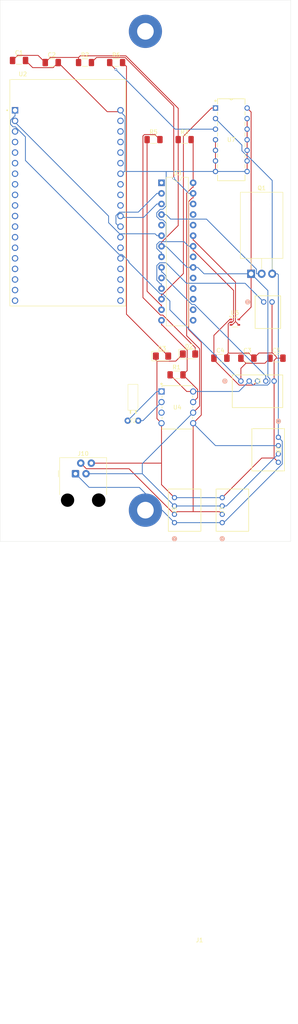
<source format=kicad_pcb>
(kicad_pcb (version 20240108) (generator "pcbnew") (generator_version "8.0")
  (layers (0 "F.Cu" signal) (31 "B.Cu" signal) (34 "B.Paste" user) (35 "F.Paste" user) (36 "B.SilkS" user "B.Silkscreen") (37 "F.SilkS" user "F.Silkscreen") (38 "B.Mask" user) (39 "F.Mask" user) (44 "Edge.Cuts" user))
  (net 0 "")
  (net 1 "GND")
  (net 2 "+5V")
  (net 3 "+3.3V")
  (net 4 "Net-(U5-+)")
  (net 5 "Net-(D2-A)")
  (net 6 "Net-(D3-A)")
  (net 7 "/MCU/PWM_HEATER")
  (net 8 "+5V_CTRL")
  (net 9 "/MCU/SCL")
  (net 10 "/MCU/SDA")
  (net 11 "/MCU/5V_CTRL")
  (net 12 "/MCU/MFP")
  (net 13 "/MCU/ON_LED")
  (net 14 "/MCU/SENSOR_ON_LED")
  (net 15 "/MCU/ESP_RX")
  (net 16 "/MCU/ESP_EN")
  (net 17 "/MCU/ESP_TX")
  (net 18 "/MCU/IND_1")
  (net 19 "/MCU/THERM")
  (net 20 "/MCU/VBAT")
  (net 21 "/MCU/BUZZER")
  (net 22 "Net-(U4-X2)")
  (net 24 "Net-(U4-X1)")
  (net 25 "Net-(U3-PD5)")
  (net 56 "Net-(U1-D0)")
  (net 57 "Net-(U1-D3)")
  (net 58 "Net-(U1-D2)")
  (net 60 "Net-(U1-CMD)")
  (net 61 "Net-(U1-D1)")
  (net 62 "Net-(U1-CLK)")
  (footprint "Diode_SMD:D_1206_3216Metric_Pad1.42x1.75mm_HandSolder" (layer "F.Cu") (at 148.0125 114)
    (property "Reference" "D2" (at 0 -1.82 0) (layer "F.SilkS"))
    (property "Value" "LED")
    (pad "1" smd roundrect (at -1.4875 0) (size 1.425 1.75) (layers "F.Cu" "F.Paste" "F.Mask") (roundrect_rratio 0.175439) (net 1 "GND"))
    (pad "2" smd roundrect (at 1.4875 0) (size 1.425 1.75) (layers "F.Cu" "F.Paste" "F.Mask") (roundrect_rratio 0.175439) (net 5 "Net-(D2-A)"))
  )
  (footprint "Package_TO_SOT_THT:TO-220-3_Horizontal_TabDown" (layer "F.Cu") (at 162.96 94.73)
    (property "Reference" "Q1" (at 2.54 -20.58 0) (layer "F.SilkS"))
    (property "Value" "NMOS")
    (pad "" np_thru_hole oval (at 2.54 -16.66) (size 3.5 3.5) (drill 3.5) (layers "*.Cu" "*.Mask"))
    (pad "1" thru_hole rect (at 0 0) (size 1.905 2) (drill 1.1) (layers "*.Cu" "*.Mask") (net 2 "+5V"))
    (pad "2" thru_hole oval (at 2.54 0) (size 1.905 2) (drill 1.1) (layers "*.Cu" "*.Mask") (net 11 "/MCU/5V_CTRL"))
    (pad "3" thru_hole oval (at 5.08 0) (size 1.905 2) (drill 1.1) (layers "*.Cu" "*.Mask") (net 8 "+5V_CTRL"))
  )
  (footprint "Resistor_SMD:R_1206_3216Metric_Pad1.30x1.75mm_HandSolder" (layer "F.Cu") (at 146.95 62.5)
    (property "Reference" "R3" (at 0 -1.82 0) (layer "F.SilkS"))
    (property "Value" "4.7k")
    (pad "1" smd roundrect (at -1.55 0) (size 1.3 1.75) (layers "F.Cu" "F.Paste" "F.Mask") (roundrect_rratio 0.192308) (net 2 "+5V"))
    (pad "2" smd roundrect (at 1.55 0) (size 1.3 1.75) (layers "F.Cu" "F.Paste" "F.Mask") (roundrect_rratio 0.192308) (net 9 "/MCU/SCL"))
  )
  (footprint "Capstone:CONN_S4B-PH-K-S_JST" (layer "F.Cu") (at 156 154.5 90)
    (property "Reference" "J7" (at 2.999999 0 90) (layer "F.SilkS"))
    (property "Value" "S4B-PH-K-SLFSN")
    (pad "1" thru_hole circle (at 0 0 90) (size 1.27 1.27) (drill 0.762) (layers "*.Cu" "*.Mask") (net 8 "+5V_CTRL"))
    (pad "2" thru_hole circle (at 1.999999 0 90) (size 1.27 1.27) (drill 0.762) (layers "*.Cu" "*.Mask") (net 10 "/MCU/SDA"))
    (pad "3" thru_hole circle (at 4 0 90) (size 1.27 1.27) (drill 0.762) (layers "*.Cu" "*.Mask") (net 9 "/MCU/SCL"))
    (pad "4" thru_hole circle (at 5.999998 0 90) (size 1.27 1.27) (drill 0.762) (layers "*.Cu" "*.Mask") (net 1 "GND"))
  )
  (footprint "Resistor_SMD:R_1206_3216Metric_Pad1.30x1.75mm_HandSolder" (layer "F.Cu") (at 122.95 44)
    (property "Reference" "R2" (at 0 -1.82 0) (layer "F.SilkS"))
    (property "Value" "4.7k")
    (pad "1" smd roundrect (at -1.55 0) (size 1.3 1.75) (layers "F.Cu" "F.Paste" "F.Mask") (roundrect_rratio 0.192308) (net 2 "+5V"))
    (pad "2" smd roundrect (at 1.55 0) (size 1.3 1.75) (layers "F.Cu" "F.Paste" "F.Mask") (roundrect_rratio 0.192308) (net 10 "/MCU/SDA"))
  )
  (footprint "Package_TO_SOT_SMD:SOT-353_SC-70-5" (layer "F.Cu") (at 159.05 106.35)
    (property "Reference" "U5" (at 0 -2.25 0) (layer "F.SilkS"))
    (property "Value" "TLV172IDCK")
    (pad "1" smd roundrect (at -0.95 -0.65) (size 0.65 0.4) (layers "F.Cu" "F.Paste" "F.Mask") (net 4 "Net-(U5-+)"))
    (pad "2" smd roundrect (at -0.95 0) (size 0.65 0.4) (layers "F.Cu" "F.Paste" "F.Mask") (net 1 "GND"))
    (pad "3" smd roundrect (at -0.95 0.65) (size 0.65 0.4) (layers "F.Cu" "F.Paste" "F.Mask") (net 20 "/MCU/VBAT"))
    (pad "4" smd roundrect (at 0.95 0.65) (size 0.65 0.4) (layers "F.Cu" "F.Paste" "F.Mask") (net 20 "/MCU/VBAT"))
    (pad "5" smd roundrect (at 0.95 -0.65) (size 0.65 0.4) (layers "F.Cu" "F.Paste" "F.Mask") (net 2 "+5V"))
  )
  (footprint "Capstone:CONN_S5B-PH-K-S_JST" (layer "F.Cu") (at 160.5 120.5)
    (property "Reference" "J3" (at 4 0 0) (layer "F.SilkS"))
    (property "Value" "S5B-PH-K-S")
    (pad "1" thru_hole circle (at 0 0) (size 1.3208 1.3208) (drill 0.8128) (layers "*.Cu" "*.Mask") (net 3 "+3.3V"))
    (pad "2" thru_hole circle (at 1.999999 0) (size 1.3208 1.3208) (drill 0.8128) (layers "*.Cu" "*.Mask") (net 2 "+5V"))
    (pad "3" thru_hole circle (at 4 0) (size 1.3208 1.3208) (drill 0.8128) (layers "*.Cu" "*.Mask") (net 4 "Net-(U5-+)"))
    (pad "4" thru_hole circle (at 6.000001 0) (size 1.3208 1.3208) (drill 0.8128) (layers "*.Cu" "*.Mask") (net 7 "/MCU/PWM_HEATER"))
    (pad "5" thru_hole circle (at 7.999999 0) (size 1.3208 1.3208) (drill 0.8128) (layers "*.Cu" "*.Mask") (net 1 "GND"))
  )
  (footprint "Package_DIP:DIP-28_W7.62mm" (layer "F.Cu") (at 141.38 72.88)
    (property "Reference" "U3" (at 3.81 -2.33 0) (layer "F.SilkS"))
    (property "Value" "ATmega328-P")
    (pad "1" thru_hole rect (at 0 0) (size 1.6 1.6) (drill 0.8) (layers "*.Cu" "*.Mask"))
    (pad "2" thru_hole oval (at 0 2.54) (size 1.6 1.6) (drill 0.8) (layers "*.Cu" "*.Mask") (net 15 "/MCU/ESP_RX"))
    (pad "3" thru_hole oval (at 0 5.08) (size 1.6 1.6) (drill 0.8) (layers "*.Cu" "*.Mask") (net 17 "/MCU/ESP_TX"))
    (pad "4" thru_hole oval (at 0 7.62) (size 1.6 1.6) (drill 0.8) (layers "*.Cu" "*.Mask") (net 11 "/MCU/5V_CTRL"))
    (pad "5" thru_hole oval (at 0 10.16) (size 1.6 1.6) (drill 0.8) (layers "*.Cu" "*.Mask") (net 21 "/MCU/BUZZER"))
    (pad "6" thru_hole oval (at 0 12.7) (size 1.6 1.6) (drill 0.8) (layers "*.Cu" "*.Mask") (net 16 "/MCU/ESP_EN"))
    (pad "7" thru_hole oval (at 0 15.24) (size 1.6 1.6) (drill 0.8) (layers "*.Cu" "*.Mask") (net 2 "+5V"))
    (pad "8" thru_hole oval (at 0 17.78) (size 1.6 1.6) (drill 0.8) (layers "*.Cu" "*.Mask") (net 1 "GND"))
    (pad "9" thru_hole oval (at 0 20.32) (size 1.6 1.6) (drill 0.8) (layers "*.Cu" "*.Mask") (net 7 "/MCU/PWM_HEATER"))
    (pad "10" thru_hole oval (at 0 22.86) (size 1.6 1.6) (drill 0.8) (layers "*.Cu" "*.Mask"))
    (pad "11" thru_hole oval (at 0 25.4) (size 1.6 1.6) (drill 0.8) (layers "*.Cu" "*.Mask") (net 25 "Net-(U3-PD5)"))
    (pad "12" thru_hole oval (at 0 27.94) (size 1.6 1.6) (drill 0.8) (layers "*.Cu" "*.Mask") (net 18 "/MCU/IND_1"))
    (pad "13" thru_hole oval (at 0 30.48) (size 1.6 1.6) (drill 0.8) (layers "*.Cu" "*.Mask") (net 13 "/MCU/ON_LED"))
    (pad "14" thru_hole oval (at 0 33.02) (size 1.6 1.6) (drill 0.8) (layers "*.Cu" "*.Mask") (net 12 "/MCU/MFP"))
    (pad "15" thru_hole oval (at 7.62 33.02) (size 1.6 1.6) (drill 0.8) (layers "*.Cu" "*.Mask"))
    (pad "16" thru_hole oval (at 7.62 30.48) (size 1.6 1.6) (drill 0.8) (layers "*.Cu" "*.Mask"))
    (pad "17" thru_hole oval (at 7.62 27.94) (size 1.6 1.6) (drill 0.8) (layers "*.Cu" "*.Mask"))
    (pad "18" thru_hole oval (at 7.62 25.4) (size 1.6 1.6) (drill 0.8) (layers "*.Cu" "*.Mask"))
    (pad "19" thru_hole oval (at 7.62 22.86) (size 1.6 1.6) (drill 0.8) (layers "*.Cu" "*.Mask"))
    (pad "20" thru_hole oval (at 7.62 20.32) (size 1.6 1.6) (drill 0.8) (layers "*.Cu" "*.Mask") (net 2 "+5V"))
    (pad "21" thru_hole oval (at 7.62 17.78) (size 1.6 1.6) (drill 0.8) (layers "*.Cu" "*.Mask"))
    (pad "22" thru_hole oval (at 7.62 15.24) (size 1.6 1.6) (drill 0.8) (layers "*.Cu" "*.Mask") (net 1 "GND"))
    (pad "23" thru_hole oval (at 7.62 12.7) (size 1.6 1.6) (drill 0.8) (layers "*.Cu" "*.Mask") (net 20 "/MCU/VBAT"))
    (pad "24" thru_hole oval (at 7.62 10.16) (size 1.6 1.6) (drill 0.8) (layers "*.Cu" "*.Mask") (net 19 "/MCU/THERM"))
    (pad "25" thru_hole oval (at 7.62 7.62) (size 1.6 1.6) (drill 0.8) (layers "*.Cu" "*.Mask"))
    (pad "26" thru_hole oval (at 7.62 5.08) (size 1.6 1.6) (drill 0.8) (layers "*.Cu" "*.Mask"))
    (pad "27" thru_hole oval (at 7.62 2.54) (size 1.6 1.6) (drill 0.8) (layers "*.Cu" "*.Mask") (net 10 "/MCU/SDA"))
    (pad "28" thru_hole oval (at 7.62 0) (size 1.6 1.6) (drill 0.8) (layers "*.Cu" "*.Mask") (net 9 "/MCU/SCL"))
  )
  (footprint "Capstone:Cylindrical Can, Radial" (layer "F.Cu") (at 134.5 130.0067)
    (property "Reference" "Y2" (at 0 0 0) (layer "F.SilkS") (effects (font (thickness 0.1))))
    (property "Value" "32.768k")
    (pad "1" thru_hole circle (at 1.27 0) (size 1.524 1.524) (drill 0.762) (layers "*.Cu" "*.Mask") (net 22 "Net-(U4-X2)"))
    (pad "2" thru_hole circle (at -1.27 0) (size 1.524 1.524) (drill 0.762) (layers "*.Cu" "*.Mask") (net 24 "Net-(U4-X1)"))
  )
  (footprint "Diode_SMD:D_1206_3216Metric_Pad1.42x1.75mm_HandSolder" (layer "F.Cu") (at 141.5125 114.5)
    (property "Reference" "D3" (at 0 -1.82 0) (layer "F.SilkS"))
    (property "Value" "LED")
    (pad "1" smd roundrect (at -1.4875 0) (size 1.425 1.75) (layers "F.Cu" "F.Paste" "F.Mask") (roundrect_rratio 0.175439) (net 1 "GND"))
    (pad "2" smd roundrect (at 1.4875 0) (size 1.425 1.75) (layers "F.Cu" "F.Paste" "F.Mask") (roundrect_rratio 0.175439) (net 6 "Net-(D3-A)"))
  )
  (footprint "Capstone:MODULE_ESP32-DEVKITC-32D" (layer "F.Cu") (at 118.8 75.22)
    (property "Reference" "U2" (at -10.829175 -28.446045 0) (layer "F.SilkS") (effects (font (size 1.000386 1.000386))))
    (property "Value" "ESP32-DEVKITC-32D")
    (pad "J2-1" thru_hole rect (at -12.7 -19.76) (size 1.56 1.56) (drill 1.04) (layers "*.Cu" "*.Mask") (net 3 "+3.3V"))
    (pad "J2-2" thru_hole circle (at -12.7 -17.22) (size 1.56 1.56) (drill 1.04) (layers "*.Cu" "*.Mask") (net 16 "/MCU/ESP_EN"))
    (pad "J2-3" thru_hole circle (at -12.7 -14.68) (size 1.56 1.56) (drill 1.04) (layers "*.Cu" "*.Mask"))
    (pad "J2-4" thru_hole circle (at -12.7 -12.14) (size 1.56 1.56) (drill 1.04) (layers "*.Cu" "*.Mask"))
    (pad "J2-5" thru_hole circle (at -12.7 -9.6) (size 1.56 1.56) (drill 1.04) (layers "*.Cu" "*.Mask"))
    (pad "J2-6" thru_hole circle (at -12.7 -7.06) (size 1.56 1.56) (drill 1.04) (layers "*.Cu" "*.Mask"))
    (pad "J2-7" thru_hole circle (at -12.7 -4.52) (size 1.56 1.56) (drill 1.04) (layers "*.Cu" "*.Mask"))
    (pad "J2-8" thru_hole circle (at -12.7 -1.98) (size 1.56 1.56) (drill 1.04) (layers "*.Cu" "*.Mask"))
    (pad "J2-9" thru_hole circle (at -12.7 0.56) (size 1.56 1.56) (drill 1.04) (layers "*.Cu" "*.Mask"))
    (pad "J2-10" thru_hole circle (at -12.7 3.1) (size 1.56 1.56) (drill 1.04) (layers "*.Cu" "*.Mask"))
    (pad "J2-11" thru_hole circle (at -12.7 5.64) (size 1.56 1.56) (drill 1.04) (layers "*.Cu" "*.Mask"))
    (pad "J2-12" thru_hole circle (at -12.7 8.18) (size 1.56 1.56) (drill 1.04) (layers "*.Cu" "*.Mask") (net 62 "Net-(U1-CLK)"))
    (pad "J2-13" thru_hole circle (at -12.7 10.72) (size 1.56 1.56) (drill 1.04) (layers "*.Cu" "*.Mask") (net 58 "Net-(U1-D2)"))
    (pad "J2-14" thru_hole circle (at -12.7 13.26) (size 1.56 1.56) (drill 1.04) (layers "*.Cu" "*.Mask"))
    (pad "J2-15" thru_hole circle (at -12.7 15.8) (size 1.56 1.56) (drill 1.04) (layers "*.Cu" "*.Mask") (net 57 "Net-(U1-D3)"))
    (pad "J2-16" thru_hole circle (at -12.7 18.34) (size 1.56 1.56) (drill 1.04) (layers "*.Cu" "*.Mask"))
    (pad "J2-17" thru_hole circle (at -12.7 20.88) (size 1.56 1.56) (drill 1.04) (layers "*.Cu" "*.Mask"))
    (pad "J2-18" thru_hole circle (at -12.7 23.42) (size 1.56 1.56) (drill 1.04) (layers "*.Cu" "*.Mask"))
    (pad "J2-19" thru_hole circle (at -12.7 25.96) (size 1.56 1.56) (drill 1.04) (layers "*.Cu" "*.Mask"))
    (pad "J3-1" thru_hole circle (at 12.7 -19.76) (size 1.56 1.56) (drill 1.04) (layers "*.Cu" "*.Mask") (net 1 "GND"))
    (pad "J3-2" thru_hole circle (at 12.7 -17.22) (size 1.56 1.56) (drill 1.04) (layers "*.Cu" "*.Mask"))
    (pad "J3-3" thru_hole circle (at 12.7 -14.68) (size 1.56 1.56) (drill 1.04) (layers "*.Cu" "*.Mask"))
    (pad "J3-4" thru_hole circle (at 12.7 -12.14) (size 1.56 1.56) (drill 1.04) (layers "*.Cu" "*.Mask"))
    (pad "J3-5" thru_hole circle (at 12.7 -9.6) (size 1.56 1.56) (drill 1.04) (layers "*.Cu" "*.Mask"))
    (pad "J3-6" thru_hole circle (at 12.7 -7.06) (size 1.56 1.56) (drill 1.04) (layers "*.Cu" "*.Mask"))
    (pad "J3-7" thru_hole circle (at 12.7 -4.52) (size 1.56 1.56) (drill 1.04) (layers "*.Cu" "*.Mask") (net 1 "GND"))
    (pad "J3-8" thru_hole circle (at 12.7 -1.98) (size 1.56 1.56) (drill 1.04) (layers "*.Cu" "*.Mask"))
    (pad "J3-9" thru_hole circle (at 12.7 0.56) (size 1.56 1.56) (drill 1.04) (layers "*.Cu" "*.Mask"))
    (pad "J3-10" thru_hole circle (at 12.7 3.1) (size 1.56 1.56) (drill 1.04) (layers "*.Cu" "*.Mask"))
    (pad "J3-11" thru_hole circle (at 12.7 5.64) (size 1.56 1.56) (drill 1.04) (layers "*.Cu" "*.Mask") (net 17 "/MCU/ESP_TX"))
    (pad "J3-12" thru_hole circle (at 12.7 8.18) (size 1.56 1.56) (drill 1.04) (layers "*.Cu" "*.Mask") (net 15 "/MCU/ESP_RX"))
    (pad "J3-13" thru_hole circle (at 12.7 10.72) (size 1.56 1.56) (drill 1.04) (layers "*.Cu" "*.Mask") (net 61 "Net-(U1-D1)"))
    (pad "J3-14" thru_hole circle (at 12.7 13.26) (size 1.56 1.56) (drill 1.04) (layers "*.Cu" "*.Mask"))
    (pad "J3-15" thru_hole circle (at 12.7 15.8) (size 1.56 1.56) (drill 1.04) (layers "*.Cu" "*.Mask") (net 56 "Net-(U1-D0)"))
    (pad "J3-16" thru_hole circle (at 12.7 18.34) (size 1.56 1.56) (drill 1.04) (layers "*.Cu" "*.Mask") (net 60 "Net-(U1-CMD)"))
    (pad "J3-17" thru_hole circle (at 12.7 20.88) (size 1.56 1.56) (drill 1.04) (layers "*.Cu" "*.Mask"))
    (pad "J3-18" thru_hole circle (at 12.7 23.42) (size 1.56 1.56) (drill 1.04) (layers "*.Cu" "*.Mask"))
    (pad "J3-19" thru_hole circle (at 12.7 25.96) (size 1.56 1.56) (drill 1.04) (layers "*.Cu" "*.Mask"))
  )
  (footprint "Capstone:CONN_S2B-PH-K-S_JST" (layer "F.Cu") (at 166 101.5)
    (property "Reference" "J1" (at -15.4725 153.28 0) (layer "F.SilkS"))
    (property "Value" "S2B-PH-K-SLFSN")
    (pad "1" thru_hole circle (at 0 0) (size 1.3208 1.3208) (drill 0.8128) (layers "*.Cu" "*.Mask") (net 25 "Net-(U3-PD5)"))
    (pad "2" thru_hole circle (at 2.000001 0) (size 1.3208 1.3208) (drill 0.8128) (layers "*.Cu" "*.Mask") (net 1 "GND"))
  )
  (footprint "Capacitor_SMD:C_1206_3216Metric_Pad1.33x1.80mm_HandSolder" (layer "F.Cu") (at 155.5625 115)
    (property "Reference" "C4" (at 0 -1.85 0) (layer "F.SilkS"))
    (property "Value" "100p")
    (pad "1" smd roundrect (at -1.5625 0) (size 1.325 1.8) (layers "F.Cu" "F.Paste" "F.Mask") (roundrect_rratio 0.188679) (net 4 "Net-(U5-+)"))
    (pad "2" smd roundrect (at 1.5625 0) (size 1.325 1.8) (layers "F.Cu" "F.Paste" "F.Mask") (roundrect_rratio 0.188679) (net 1 "GND"))
  )
  (footprint "Capstone:CONN_S4B-PH-K-S_JST" (layer "F.Cu") (at 144.5 154.5 90)
    (property "Reference" "J9" (at 2.999999 0 90) (layer "F.SilkS"))
    (property "Value" "S4B-PH-K-SLFSN")
    (pad "1" thru_hole circle (at 0 0 90) (size 1.27 1.27) (drill 0.762) (layers "*.Cu" "*.Mask") (net 8 "+5V_CTRL"))
    (pad "2" thru_hole circle (at 1.999999 0 90) (size 1.27 1.27) (drill 0.762) (layers "*.Cu" "*.Mask") (net 10 "/MCU/SDA"))
    (pad "3" thru_hole circle (at 4 0 90) (size 1.27 1.27) (drill 0.762) (layers "*.Cu" "*.Mask") (net 9 "/MCU/SCL"))
    (pad "4" thru_hole circle (at 5.999998 0 90) (size 1.27 1.27) (drill 0.762) (layers "*.Cu" "*.Mask") (net 1 "GND"))
  )
  (footprint "Resistor_SMD:R_1206_3216Metric_Pad1.30x1.75mm_HandSolder" (layer "F.Cu") (at 145 119)
    (property "Reference" "R1" (at 0 -1.82 0) (layer "F.SilkS"))
    (property "Value" "10k")
    (pad "1" smd roundrect (at -1.55 0) (size 1.3 1.75) (layers "F.Cu" "F.Paste" "F.Mask") (roundrect_rratio 0.192308) (net 2 "+5V"))
    (pad "2" smd roundrect (at 1.55 0) (size 1.3 1.75) (layers "F.Cu" "F.Paste" "F.Mask") (roundrect_rratio 0.192308) (net 12 "/MCU/MFP"))
  )
  (footprint "Capstone:PDIP8_300MC_MCH" (layer "F.Cu") (at 141.38 123)
    (property "Reference" "U4" (at 3.81 3.81 0) (layer "F.SilkS"))
    (property "Value" "MCP7940M-I/P")
    (fp_text user "*" (at 0 -1.5113 0) (layer "F.SilkS"))
    (fp_text user "*" (at 0 -1.5113 0) (layer "F.SilkS"))
    (pad "1" thru_hole rect (at 0 0) (size 1.4986 1.4986) (drill 0.9906) (layers "*.Cu" "*.Mask") (net 24 "Net-(U4-X1)"))
    (pad "2" thru_hole circle (at 0 2.54) (size 1.4986 1.4986) (drill 0.9906) (layers "*.Cu" "*.Mask") (net 22 "Net-(U4-X2)"))
    (pad "3" thru_hole circle (at 0 5.08) (size 1.4986 1.4986) (drill 0.9906) (layers "*.Cu" "*.Mask"))
    (pad "4" thru_hole circle (at 0 7.62) (size 1.4986 1.4986) (drill 0.9906) (layers "*.Cu" "*.Mask") (net 1 "GND"))
    (pad "5" thru_hole circle (at 7.62 7.62) (size 1.4986 1.4986) (drill 0.9906) (layers "*.Cu" "*.Mask") (net 10 "/MCU/SDA"))
    (pad "6" thru_hole circle (at 7.62 5.08) (size 1.4986 1.4986) (drill 0.9906) (layers "*.Cu" "*.Mask") (net 9 "/MCU/SCL"))
    (pad "7" thru_hole circle (at 7.62 2.54) (size 1.4986 1.4986) (drill 0.9906) (layers "*.Cu" "*.Mask") (net 12 "/MCU/MFP"))
    (pad "8" thru_hole circle (at 7.62 0) (size 1.4986 1.4986) (drill 0.9906) (layers "*.Cu" "*.Mask") (net 2 "+5V"))
  )
  (footprint "Connector_RJ:RJ9_Evercom_5301-440xxx_Horizontal" (layer "F.Cu") (at 120.66 142.75)
    (property "Reference" "J10" (at 1.84 -4.826 0) (layer "F.SilkS"))
    (property "Value" "RJ9")
    (pad "" np_thru_hole circle (at -1.91 6.35) (size 3.25 3.25) (drill 3.2) (layers "*.Mask"))
    (pad "" np_thru_hole circle (at 5.59 6.35) (size 3.25 3.25) (drill 3.25) (layers "*.Mask"))
    (pad "1" thru_hole roundrect (at 0 0) (size 1.8 1.8) (drill 0.9) (layers "*.Cu" "*.Mask") (roundrect_rratio 0.1388888889) (net 8 "+5V_CTRL"))
    (pad "2" thru_hole circle (at 1.27 -2.54) (size 1.8 1.8) (drill 0.9) (layers "*.Cu" "*.Mask") (net 10 "/MCU/SDA"))
    (pad "3" thru_hole circle (at 2.54 0) (size 1.8 1.8) (drill 0.9) (layers "*.Cu" "*.Mask") (net 9 "/MCU/SCL"))
    (pad "4" thru_hole circle (at 3.81 -2.54) (size 1.8 1.8) (drill 0.9) (layers "*.Cu" "*.Mask") (net 1 "GND"))
  )
  (footprint "Capacitor_SMD:C_1206_3216Metric_Pad1.33x1.80mm_HandSolder" (layer "F.Cu") (at 114.9375 44)
    (property "Reference" "C2" (at 0 -1.85 0) (layer "F.SilkS"))
    (property "Value" "100n")
    (pad "1" smd roundrect (at -1.5625 0) (size 1.325 1.8) (layers "F.Cu" "F.Paste" "F.Mask") (roundrect_rratio 0.188679) (net 2 "+5V"))
    (pad "2" smd roundrect (at 1.5625 0) (size 1.325 1.8) (layers "F.Cu" "F.Paste" "F.Mask") (roundrect_rratio 0.188679) (net 1 "GND"))
  )
  (footprint "Resistor_SMD:R_1206_3216Metric_Pad1.30x1.75mm_HandSolder" (layer "F.Cu") (at 130.45 44)
    (property "Reference" "R6" (at 0 -1.82 0) (layer "F.SilkS"))
    (property "Value" "1k")
    (pad "1" smd roundrect (at -1.55 0) (size 1.3 1.75) (layers "F.Cu" "F.Paste" "F.Mask") (roundrect_rratio 0.192308) (net 14 "/MCU/SENSOR_ON_LED"))
    (pad "2" smd roundrect (at 1.55 0) (size 1.3 1.75) (layers "F.Cu" "F.Paste" "F.Mask") (roundrect_rratio 0.192308) (net 6 "Net-(D3-A)"))
  )
  (footprint "Capstone:CONN_S4B-PH-K-S_JST" (layer "F.Cu") (at 169.5174 134 -90)
    (property "Reference" "J8" (at 2.999999 0 -90) (layer "F.SilkS"))
    (property "Value" "S4B-PH-K-SLFSN")
    (pad "1" thru_hole circle (at 0 0 270) (size 1.27 1.27) (drill 0.762) (layers "*.Cu" "*.Mask") (net 8 "+5V_CTRL"))
    (pad "2" thru_hole circle (at 1.999999 0 270) (size 1.27 1.27) (drill 0.762) (layers "*.Cu" "*.Mask") (net 10 "/MCU/SDA"))
    (pad "3" thru_hole circle (at 4 0 270) (size 1.27 1.27) (drill 0.762) (layers "*.Cu" "*.Mask") (net 9 "/MCU/SCL"))
    (pad "4" thru_hole circle (at 5.999998 0 270) (size 1.27 1.27) (drill 0.762) (layers "*.Cu" "*.Mask") (net 1 "GND"))
  )
  (footprint "Capacitor_SMD:C_1206_3216Metric_Pad1.33x1.80mm_HandSolder" (layer "F.Cu") (at 162.0625 115)
    (property "Reference" "C3" (at 0 -1.85 0) (layer "F.SilkS"))
    (property "Value" "100n")
    (pad "1" smd roundrect (at -1.5625 0) (size 1.325 1.8) (layers "F.Cu" "F.Paste" "F.Mask") (roundrect_rratio 0.188679) (net 3 "+3.3V"))
    (pad "2" smd roundrect (at 1.5625 0) (size 1.325 1.8) (layers "F.Cu" "F.Paste" "F.Mask") (roundrect_rratio 0.188679) (net 1 "GND"))
  )
  (footprint "Resistor_SMD:R_1206_3216Metric_Pad1.30x1.75mm_HandSolder" (layer "F.Cu") (at 139.45 62.5)
    (property "Reference" "R5" (at 0 -1.82 0) (layer "F.SilkS"))
    (property "Value" "1k")
    (pad "1" smd roundrect (at -1.55 0) (size 1.3 1.75) (layers "F.Cu" "F.Paste" "F.Mask") (roundrect_rratio 0.192308) (net 13 "/MCU/ON_LED"))
    (pad "2" smd roundrect (at 1.55 0) (size 1.3 1.75) (layers "F.Cu" "F.Paste" "F.Mask") (roundrect_rratio 0.192308) (net 5 "Net-(D2-A)"))
  )
  (footprint "Capacitor_SMD:C_1206_3216Metric_Pad1.33x1.80mm_HandSolder" (layer "F.Cu") (at 169.0625 115)
    (property "Reference" "C5" (at 0 -1.85 0) (layer "F.SilkS"))
    (property "Value" "100n")
    (pad "1" smd roundrect (at -1.5625 0) (size 1.325 1.8) (layers "F.Cu" "F.Paste" "F.Mask") (roundrect_rratio 0.188679) (net 3 "+3.3V"))
    (pad "2" smd roundrect (at 1.5625 0) (size 1.325 1.8) (layers "F.Cu" "F.Paste" "F.Mask") (roundrect_rratio 0.188679) (net 1 "GND"))
  )
  (footprint "Capstone:N14" (layer "F.Cu") (at 162 70.16)
    (property "Reference" "U7" (at -3.81 -7.62 0) (layer "F.SilkS"))
    (property "Value" "SN74HC08N")
    (fp_text user "*" (at -7.62 -16.6497 0) (layer "F.SilkS"))
    (fp_text user "*" (at -7.62 -16.6497 0) (layer "F.SilkS"))
    (pad "1" thru_hole rect (at -7.62 -15.24) (size 1.2954 1.2954) (drill 0.7874) (layers "*.Cu" "*.Mask") (net 18 "/MCU/IND_1"))
    (pad "2" thru_hole circle (at -7.62 -12.7) (size 1.2954 1.2954) (drill 0.7874) (layers "*.Cu" "*.Mask") (net 8 "+5V_CTRL"))
    (pad "3" thru_hole circle (at -7.62 -10.16) (size 1.2954 1.2954) (drill 0.7874) (layers "*.Cu" "*.Mask") (net 14 "/MCU/SENSOR_ON_LED"))
    (pad "4" thru_hole circle (at -7.62 -7.62) (size 1.2954 1.2954) (drill 0.7874) (layers "*.Cu" "*.Mask") (net 1 "GND"))
    (pad "5" thru_hole circle (at -7.62 -5.08) (size 1.2954 1.2954) (drill 0.7874) (layers "*.Cu" "*.Mask") (net 1 "GND"))
    (pad "6" thru_hole circle (at -7.62 -2.54) (size 1.2954 1.2954) (drill 0.7874) (layers "*.Cu" "*.Mask") (net 1 "GND"))
    (pad "7" thru_hole circle (at -7.62 0) (size 1.2954 1.2954) (drill 0.7874) (layers "*.Cu" "*.Mask") (net 1 "GND"))
    (pad "8" thru_hole circle (at 0 0) (size 1.2954 1.2954) (drill 0.7874) (layers "*.Cu" "*.Mask") (net 1 "GND"))
    (pad "9" thru_hole circle (at 0 -2.54) (size 1.2954 1.2954) (drill 0.7874) (layers "*.Cu" "*.Mask") (net 1 "GND"))
    (pad "10" thru_hole circle (at 0 -5.08) (size 1.2954 1.2954) (drill 0.7874) (layers "*.Cu" "*.Mask") (net 1 "GND"))
    (pad "11" thru_hole circle (at 0 -7.62) (size 1.2954 1.2954) (drill 0.7874) (layers "*.Cu" "*.Mask") (net 1 "GND"))
    (pad "12" thru_hole circle (at 0 -10.16) (size 1.2954 1.2954) (drill 0.7874) (layers "*.Cu" "*.Mask") (net 1 "GND"))
    (pad "13" thru_hole circle (at 0 -12.7) (size 1.2954 1.2954) (drill 0.7874) (layers "*.Cu" "*.Mask") (net 1 "GND"))
    (pad "14" thru_hole circle (at 0 -15.24) (size 1.2954 1.2954) (drill 0.7874) (layers "*.Cu" "*.Mask") (net 2 "+5V"))
  )
  (footprint "Capacitor_SMD:C_1206_3216Metric_Pad1.33x1.80mm_HandSolder" (layer "F.Cu") (at 107.0625 43.5)
    (property "Reference" "C1" (at 0 -1.85 0) (layer "F.SilkS"))
    (property "Value" "100n")
    (pad "1" smd roundrect (at -1.5625 0) (size 1.325 1.8) (layers "F.Cu" "F.Paste" "F.Mask") (roundrect_rratio 0.188679) (net 2 "+5V"))
    (pad "2" smd roundrect (at 1.5625 0) (size 1.325 1.8) (layers "F.Cu" "F.Paste" "F.Mask") (roundrect_rratio 0.188679) (net 1 "GND"))
  )
  (gr_rect (start 102.5 29) (end 172.5 159) (stroke (width 0.05)) (fill none) (layer "Edge.Cuts"))
  (via (at 137.5 36.5) (size 8) (drill 4) (layers "F.Cu" "B.Cu") (net 0))
  (segment (start 168.5 120.5) (end 168.5 138.9826) (width 0.2) (layer "F.Cu") (net 1))
  (segment (start 168.5 138.9826) (end 165.5174 138.9826) (width 0.2) (layer "F.Cu") (net 1))
  (segment (start 169.023 115) (end 169.023 114.6534) (width 0.2) (layer "F.Cu") (net 1))
  (segment (start 128.3 55.8) (end 116.5 44) (width 0.2) (layer "F.Cu") (net 1))
  (segment (start 162 62.54) (end 162 65.08) (width 0.2) (layer "F.Cu") (net 1))
  (segment (start 165.5174 138.9826) (end 156 148.5) (width 0.2) (layer "F.Cu") (net 1))
  (segment (start 157.8277 106.35) (end 157.4434 106.7343) (width 0.2) (layer "F.Cu") (net 1))
  (segment (start 162 60) (end 162 62.54) (width 0.2) (layer "F.Cu") (net 1))
  (segment (start 164.8666 113.7584) (end 163.625 115) (width 0.2) (layer "F.Cu") (net 1))
  (segment (start 168.5 138.9826) (end 169.5174 140) (width 0.2) (layer "F.Cu") (net 1))
  (segment (start 141.38 145.38) (end 141.38 140.21) (width 0.2) (layer "F.Cu") (net 1))
  (segment (start 158.7256 98.7178) (end 158.7256 106.0134) (width 0.2) (layer "F.Cu") (net 1))
  (segment (start 169.023 114.6534) (end 168.128 113.7584) (width 0.2) (layer "F.Cu") (net 1))
  (segment (start 162.4179 113.7929) (end 157.4434 113.7929) (width 0.2) (layer "F.Cu") (net 1))
  (segment (start 154.38 67.62) (end 154.38 65.08) (width 0.2) (layer "F.Cu") (net 1))
  (segment (start 162 65.08) (end 162 67.62) (width 0.2) (layer "F.Cu") (net 1))
  (segment (start 169.023 115) (end 170.625 115) (width 0.2) (layer "F.Cu") (net 1))
  (segment (start 144.8143 115.7107) (end 146.525 114) (width 0.2) (layer "F.Cu") (net 1))
  (segment (start 168.5 120.5) (end 168.5 115.523) (width 0.2) (layer "F.Cu") (net 1))
  (segment (start 168 113.7584) (end 168 101.5) (width 0.2) (layer "F.Cu") (net 1))
  (segment (start 157.4434 113.7929) (end 157.125 114.1113) (width 0.2) (layer "F.Cu") (net 1))
  (segment (start 149.2279 89.2201) (end 158.7256 98.7178) (width 0.2) (layer "F.Cu") (net 1))
  (segment (start 149 89.2201) (end 149.2279 89.2201) (width 0.2) (layer "F.Cu") (net 1))
  (segment (start 141.38 130.62) (end 140.2791 129.5191) (width 0.2) (layer "F.Cu") (net 1))
  (segment (start 110.3446 45.2196) (end 115.2804 45.2196) (width 0.2) (layer "F.Cu") (net 1))
  (segment (start 168.128 113.7584) (end 168 113.7584) (width 0.2) (layer "F.Cu") (net 1))
  (segment (start 162 67.62) (end 162 70.16) (width 0.2) (layer "F.Cu") (net 1))
  (segment (start 168 113.7584) (end 164.8666 113.7584) (width 0.2) (layer "F.Cu") (net 1))
  (segment (start 157.4434 106.7343) (end 157.4434 113.7929) (width 0.2) (layer "F.Cu") (net 1))
  (segment (start 140.2791 115.7107) (end 144.8143 115.7107) (width 0.2) (layer "F.Cu") (net 1))
  (segment (start 157.125 114.1113) (end 157.125 115) (width 0.2) (layer "F.Cu") (net 1))
  (segment (start 141.38 140.21) (end 124.47 140.21) (width 0.2) (layer "F.Cu") (net 1))
  (segment (start 168.5 115.523) (end 169.023 115) (width 0.2) (layer "F.Cu") (net 1))
  (segment (start 158.1 106.35) (end 157.8277 106.35) (width 0.2) (layer "F.Cu") (net 1))
  (segment (start 158.389 106.35) (end 158.1 106.35) (width 0.2) (layer "F.Cu") (net 1))
  (segment (start 115.2804 45.2196) (end 116.5 44) (width 0.2) (layer "F.Cu") (net 1))
  (segment (start 108.625 43.5) (end 110.3446 45.2196) (width 0.2) (layer "F.Cu") (net 1))
  (segment (start 140.025 114.5) (end 140.025 115.4566) (width 0.2) (layer "F.Cu") (net 1))
  (segment (start 154.38 70.16) (end 154.38 67.62) (width 0.2) (layer "F.Cu") (net 1))
  (segment (start 140.2791 129.5191) (end 140.2791 115.7107) (width 0.2) (layer "F.Cu") (net 1))
  (segment (start 131.5 55.8) (end 128.3 55.8) (width 0.2) (layer "F.Cu") (net 1))
  (segment (start 144.5 148.5) (end 141.38 145.38) (width 0.2) (layer "F.Cu") (net 1))
  (segment (start 163.625 115) (end 162.4179 113.7929) (width 0.2) (layer "F.Cu") (net 1))
  (segment (start 154.38 65.08) (end 154.38 62.54) (width 0.2) (layer "F.Cu") (net 1))
  (segment (start 162 57.46) (end 162 60) (width 0.2) (layer "F.Cu") (net 1))
  (segment (start 158.7256 106.0134) (end 158.389 106.35) (width 0.2) (layer "F.Cu") (net 1))
  (segment (start 141.38 140.21) (end 141.38 130.62) (width 0.2) (layer "F.Cu") (net 1))
  (segment (start 140.025 115.4566) (end 140.2791 115.7107) (width 0.2) (layer "F.Cu") (net 1))
  (segment (start 149 88.12) (end 149 89.2201) (width 0.2) (layer "F.Cu") (net 1))
  (segment (start 141.7094 81.77) (end 142.4937 82.5543) (width 0.2) (layer "B.Cu") (net 1))
  (segment (start 144.5 148.5) (end 156 148.5) (width 0.2) (layer "B.Cu") (net 1))
  (segment (start 132.6029 56.9029) (end 131.5 55.8) (width 0.2) (layer "B.Cu") (net 1))
  (segment (start 140.2368 80.0799) (end 140.2368 80.9924) (width 0.2) (layer "B.Cu") (net 1))
  (segment (start 142.5033 70.16) (end 132.6029 70.16) (width 0.2) (layer "B.Cu") (net 1))
  (segment (start 140.8971 87.0185) (end 140.2392 87.6764) (width 0.2) (layer "B.Cu") (net 1))
  (segment (start 142.4937 87.0185) (end 140.8971 87.0185) (width 0.2) (layer "B.Cu") (net 1))
  (segment (start 141.7135 79.23) (end 141.0867 79.23) (width 0.2) (layer "B.Cu") (net 1))
  (segment (start 146.7984 87.0185) (end 142.4937 87.0185) (width 0.2) (layer "B.Cu") (net 1))
  (segment (start 140.2368 80.9924) (end 141.0144 81.77) (width 0.2) (layer "B.Cu") (net 1))
  (segment (start 141.0867 79.23) (end 140.2368 80.0799) (width 0.2) (layer "B.Cu") (net 1))
  (segment (start 142.5033 70.16) (end 142.5033 78.4402) (width 0.2) (layer "B.Cu") (net 1))
  (segment (start 142.5033 78.4402) (end 141.7135 79.23) (width 0.2) (layer "B.Cu") (net 1))
  (segment (start 141.152 89.5599) (end 141.38 89.5599) (width 0.2) (layer "B.Cu") (net 1))
  (segment (start 154.38 70.16) (end 142.5033 70.16) (width 0.2) (layer "B.Cu") (net 1))
  (segment (start 141.38 90.66) (end 141.38 89.5599) (width 0.2) (layer "B.Cu") (net 1))
  (segment (start 140.2392 87.6764) (end 140.2392 88.6471) (width 0.2) (layer "B.Cu") (net 1))
  (segment (start 132.38 70.16) (end 131.5 71.04) (width 0.2) (layer "B.Cu") (net 1))
  (segment (start 132.6029 70.16) (end 132.38 70.16) (width 0.2) (layer "B.Cu") (net 1))
  (segment (start 162 70.16) (end 154.38 70.16) (width 0.2) (layer "B.Cu") (net 1))
  (segment (start 147.8999 88.12) (end 146.7984 87.0185) (width 0.2) (layer "B.Cu") (net 1))
  (segment (start 140.2392 88.6471) (end 141.152 89.5599) (width 0.2) (layer "B.Cu") (net 1))
  (segment (start 132.6029 70.16) (end 132.6029 56.9029) (width 0.2) (layer "B.Cu") (net 1))
  (segment (start 142.4937 82.5543) (end 142.4937 87.0185) (width 0.2) (layer "B.Cu") (net 1))
  (segment (start 149 88.12) (end 147.8999 88.12) (width 0.2) (layer "B.Cu") (net 1))
  (segment (start 141.0144 81.77) (end 141.7094 81.77) (width 0.2) (layer "B.Cu") (net 1))
  (segment (start 145.4 62.5) (end 145.4 83.1374) (width 0.2) (layer "F.Cu") (net 2))
  (segment (start 141.38 88.12) (end 141.38 87.0199) (width 0.2) (layer "F.Cu") (net 2))
  (segment (start 162.96 94.73) (end 162.96 102.74) (width 0.2) (layer "F.Cu") (net 2))
  (segment (start 147.45 123) (end 143.45 119) (width 0.2) (layer "F.Cu") (net 2))
  (segment (start 121.7912 42.3804) (end 121.4 42.7716) (width 0.2) (layer "F.Cu") (net 2))
  (segment (start 111.6518 42.2768) (end 106.7232 42.2768) (width 0.2) (layer "F.Cu") (net 2))
  (segment (start 145.4 54.993) (end 132.7874 42.3804) (width 0.2) (layer "F.Cu") (net 2))
  (segment (start 162.96 102.74) (end 160 105.7) (width 0.2) (layer "F.Cu") (net 2))
  (segment (start 162 54.92) (end 162.96 55.88) (width 0.2) (layer "F.Cu") (net 2))
  (segment (start 113.375 44) (end 111.6518 42.2768) (width 0.2) (layer "F.Cu") (net 2))
  (segment (start 145.4 83.1374) (end 141.5175 87.0199) (width 0.2) (layer "F.Cu") (net 2))
  (segment (start 145.4 62.5) (end 145.4 54.993) (width 0.2) (layer "F.Cu") (net 2))
  (segment (start 114.6034 42.7716) (end 113.375 44) (width 0.2) (layer "F.Cu") (net 2))
  (segment (start 121.4 42.7716) (end 114.6034 42.7716) (width 0.2) (layer "F.Cu") (net 2))
  (segment (start 149 123) (end 147.45 123) (width 0.2) (layer "F.Cu") (net 2))
  (segment (start 162.96 55.88) (end 162.96 94.73) (width 0.2) (layer "F.Cu") (net 2))
  (segment (start 121.4 42.7716) (end 121.4 44) (width 0.2) (layer "F.Cu") (net 2))
  (segment (start 141.5175 87.0199) (end 141.38 87.0199) (width 0.2) (layer "F.Cu") (net 2))
  (segment (start 106.7232 42.2768) (end 105.5 43.5) (width 0.2) (layer "F.Cu") (net 2))
  (segment (start 132.7874 42.3804) (end 121.7912 42.3804) (width 0.2) (layer "F.Cu") (net 2))
  (segment (start 167.5 120.9051) (end 166.9445 121.4606) (width 0.2) (layer "B.Cu") (net 2))
  (segment (start 149 93.2) (end 150.1001 93.2) (width 0.2) (layer "B.Cu") (net 2))
  (segment (start 163.4606 121.4606) (end 162.5 120.5) (width 0.2) (layer "B.Cu") (net 2))
  (segment (start 151.6301 94.73) (end 150.1001 93.2) (width 0.2) (layer "B.Cu") (net 2))
  (segment (start 141.38 88.12) (end 142.4801 88.12) (width 0.2) (layer "B.Cu") (net 2))
  (segment (start 160 123) (end 162.5 120.5) (width 0.2) (layer "B.Cu") (net 2))
  (segment (start 167 119.4792) (end 167.5 119.9792) (width 0.2) (layer "B.Cu") (net 2))
  (segment (start 149 123) (end 160 123) (width 0.2) (layer "B.Cu") (net 2))
  (segment (start 162.96 94.73) (end 151.6301 94.73) (width 0.2) (layer "B.Cu") (net 2))
  (segment (start 167.5 119.9792) (end 167.5 120.9051) (width 0.2) (layer "B.Cu") (net 2))
  (segment (start 147.5601 93.2) (end 149 93.2) (width 0.2) (layer "B.Cu") (net 2))
  (segment (start 166.9445 121.4606) (end 163.4606 121.4606) (width 0.2) (layer "B.Cu") (net 2))
  (segment (start 162.96 94.73) (end 167 98.77) (width 0.2) (layer "B.Cu") (net 2))
  (segment (start 167 98.77) (end 167 119.4792) (width 0.2) (layer "B.Cu") (net 2))
  (segment (start 142.4801 88.12) (end 147.5601 93.2) (width 0.2) (layer "B.Cu") (net 2))
  (segment (start 166.2802 116.2198) (end 161.7198 116.2198) (width 0.2) (layer "F.Cu") (net 3))
  (segment (start 161.7198 116.2198) (end 160.5 115) (width 0.2) (layer "F.Cu") (net 3))
  (segment (start 160.5 117.4396) (end 160.5 120.5) (width 0.2) (layer "F.Cu") (net 3))
  (segment (start 161.7198 116.2198) (end 160.5 117.4396) (width 0.2) (layer "F.Cu") (net 3))
  (segment (start 167.5 115) (end 166.2802 116.2198) (width 0.2) (layer "F.Cu") (net 3))
  (segment (start 105.0199 57.8251) (end 105.9649 56.8801) (width 0.2) (layer "B.Cu") (net 3))
  (segment (start 133.5179 91.754) (end 131.8539 90.09) (width 0.2) (layer "B.Cu") (net 3))
  (segment (start 105.5977 59.4278) (end 105.0199 58.85) (width 0.2) (layer "B.Cu") (net 3))
  (segment (start 105.9649 56.8801) (end 106.1 56.8801) (width 0.2) (layer "B.Cu") (net 3))
  (segment (start 141.076 99.55) (end 133.5179 91.9919) (width 0.2) (layer "B.Cu") (net 3))
  (segment (start 131.1724 90.09) (end 108.5981 67.5157) (width 0.2) (layer "B.Cu") (net 3))
  (segment (start 160.5 120.5) (end 143.4017 103.4017) (width 0.2) (layer "B.Cu") (net 3))
  (segment (start 133.5179 91.9919) (end 133.5179 91.754) (width 0.2) (layer "B.Cu") (net 3))
  (segment (start 143.4017 103.4017) (end 143.4017 101.2799) (width 0.2) (layer "B.Cu") (net 3))
  (segment (start 108.5981 67.5157) (end 108.5981 61.8504) (width 0.2) (layer "B.Cu") (net 3))
  (segment (start 143.4017 101.2799) (end 141.6718 99.55) (width 0.2) (layer "B.Cu") (net 3))
  (segment (start 108.5981 61.8504) (end 106.1755 59.4278) (width 0.2) (layer "B.Cu") (net 3))
  (segment (start 106.1755 59.4278) (end 105.5977 59.4278) (width 0.2) (layer "B.Cu") (net 3))
  (segment (start 131.8539 90.09) (end 131.1724 90.09) (width 0.2) (layer "B.Cu") (net 3))
  (segment (start 105.0199 58.85) (end 105.0199 57.8251) (width 0.2) (layer "B.Cu") (net 3))
  (segment (start 106.1 55.8) (end 106.1 56.8801) (width 0.2) (layer "B.Cu") (net 3))
  (segment (start 141.6718 99.55) (end 141.076 99.55) (width 0.2) (layer "B.Cu") (net 3))
  (segment (start 158.1 105.7) (end 157.821 105.7) (width 0.2) (layer "F.Cu") (net 4))
  (segment (start 157.821 105.7) (end 154 109.521) (width 0.2) (layer "F.Cu") (net 4))
  (segment (start 154 109.521) (end 154 115) (width 0.2) (layer "F.Cu") (net 4))
  (segment (start 154 115.3951) (end 160.0721 121.4672) (width 0.2) (layer "F.Cu") (net 4))
  (segment (start 160.0721 121.4672) (end 163.5328 121.4672) (width 0.2) (layer "F.Cu") (net 4))
  (segment (start 163.5328 121.4672) (end 164.5 120.5) (width 0.2) (layer "F.Cu") (net 4))
  (segment (start 154 115) (end 154 115.3951) (width 0.2) (layer "F.Cu") (net 4))
  (segment (start 139.7953 61.2953) (end 137.2471 61.2953) (width 0.2) (layer "F.Cu") (net 5))
  (segment (start 149.5 112.4526) (end 149.5 114) (width 0.2) (layer "F.Cu") (net 5))
  (segment (start 141 62.5) (end 139.7953 61.2953) (width 0.2) (layer "F.Cu") (net 5))
  (segment (start 141.6971 104.6497) (end 149.5 112.4526) (width 0.2) (layer "F.Cu") (net 5))
  (segment (start 136.9062 61.6362) (end 136.9062 100.4476) (width 0.2) (layer "F.Cu") (net 5))
  (segment (start 136.9062 100.4476) (end 141.1083 104.6497) (width 0.2) (layer "F.Cu") (net 5))
  (segment (start 137.2471 61.2953) (end 136.9062 61.6362) (width 0.2) (layer "F.Cu") (net 5))
  (segment (start 141.1083 104.6497) (end 141.6971 104.6497) (width 0.2) (layer "F.Cu") (net 5))
  (segment (start 132.9408 104.4408) (end 143 114.5) (width 0.2) (layer "F.Cu") (net 6))
  (segment (start 132 44) (end 132.9408 44.9408) (width 0.2) (layer "F.Cu") (net 6))
  (segment (start 132.9408 44.9408) (end 132.9408 104.4408) (width 0.2) (layer "F.Cu") (net 6))
  (segment (start 149.313 102.09) (end 166.5 119.277) (width 0.2) (layer "B.Cu") (net 7))
  (segment (start 148.6717 102.09) (end 149.313 102.09) (width 0.2) (layer "B.Cu") (net 7))
  (segment (start 141.38 93.2) (end 141.38 94.3001) (width 0.2) (layer "B.Cu") (net 7))
  (segment (start 142.4801 95.2626) (end 142.4801 95.8984) (width 0.2) (layer "B.Cu") (net 7))
  (segment (start 142.4801 95.8984) (end 148.6717 102.09) (width 0.2) (layer "B.Cu") (net 7))
  (segment (start 141.5176 94.3001) (end 142.4801 95.2626) (width 0.2) (layer "B.Cu") (net 7))
  (segment (start 166.5 119.277) (end 166.5 120.5) (width 0.2) (layer "B.Cu") (net 7))
  (segment (start 141.38 94.3001) (end 141.5176 94.3001) (width 0.2) (layer "B.Cu") (net 7))
  (via (at 137.5 151.5) (size 8) (drill 4) (layers "F.Cu" "B.Cu") (net 8))
  (segment (start 168.04 72.3187) (end 168.04 94.73) (width 0.2) (layer "B.Cu") (net 8))
  (segment (start 169.5174 94.9548) (end 169.5174 134) (width 0.2) (layer "B.Cu") (net 8))
  (segment (start 120.66 142.75) (end 123.9479 146.0379) (width 0.2) (layer "B.Cu") (net 8))
  (segment (start 160.7425 63.8225) (end 160.7425 65.1881) (width 0.2) (layer "B.Cu") (net 8))
  (segment (start 156 154.5) (end 144.5 154.5) (width 0.2) (layer "B.Cu") (net 8))
  (segment (start 170.4605 140.3998) (end 156.3603 154.5) (width 0.2) (layer "B.Cu") (net 8))
  (segment (start 169.5174 134) (end 170.4605 134.9431) (width 0.2) (layer "B.Cu") (net 8))
  (segment (start 123.9479 146.0379) (end 136.0379 146.0379) (width 0.2) (layer "B.Cu") (net 8))
  (segment (start 156.3603 154.5) (end 156 154.5) (width 0.2) (layer "B.Cu") (net 8))
  (segment (start 170.4605 134.9431) (end 170.4605 140.3998) (width 0.2) (layer "B.Cu") (net 8))
  (segment (start 136.0379 146.0379) (end 144.5 154.5) (width 0.2) (layer "B.Cu") (net 8))
  (segment (start 168.04 94.73) (end 169.2926 94.73) (width 0.2) (layer "B.Cu") (net 8))
  (segment (start 161.9044 66.35) (end 162.0713 66.35) (width 0.2) (layer "B.Cu") (net 8))
  (segment (start 154.38 57.46) (end 160.7425 63.8225) (width 0.2) (layer "B.Cu") (net 8))
  (segment (start 169.2926 94.73) (end 169.5174 94.9548) (width 0.2) (layer "B.Cu") (net 8))
  (segment (start 160.7425 65.1881) (end 161.9044 66.35) (width 0.2) (layer "B.Cu") (net 8))
  (segment (start 162.0713 66.35) (end 168.04 72.3187) (width 0.2) (layer "B.Cu") (net 8))
  (segment (start 150.5482 112.7175) (end 150.5482 126.5318) (width 0.2) (layer "F.Cu") (net 9))
  (segment (start 148.8171 73.9801) (end 147.4378 75.3594) (width 0.2) (layer "F.Cu") (net 9))
  (segment (start 149 63) (end 149 72.88) (width 0.2) (layer "F.Cu") (net 9))
  (segment (start 147.4378 109.6071) (end 150.5482 112.7175) (width 0.2) (layer "F.Cu") (net 9))
  (segment (start 149 73.9801) (end 148.8171 73.9801) (width 0.2) (layer "F.Cu") (net 9))
  (segment (start 147.4378 75.3594) (end 147.4378 109.6071) (width 0.2) (layer "F.Cu") (net 9))
  (segment (start 148.5 62.5) (end 149 63) (width 0.2) (layer "F.Cu") (net 9))
  (segment (start 150.5482 126.5318) (end 149 128.08) (width 0.2) (layer "F.Cu") (net 9))
  (segment (start 149 72.88) (end 149 73.9801) (width 0.2) (layer "F.Cu") (net 9))
  (segment (start 144.5 150.5) (end 136.75 142.75) (width 0.2) (layer "B.Cu") (net 9))
  (segment (start 136.75 142.75) (end 123.2 142.75) (width 0.2) (layer "B.Cu") (net 9))
  (segment (start 136.75 140.33) (end 136.75 142.75) (width 0.2) (layer "B.Cu") (net 9))
  (segment (start 169.5174 138) (end 157.0174 150.5) (width 0.2) (layer "B.Cu") (net 9))
  (segment (start 156 150.5) (end 144.5 150.5) (width 0.2) (layer "B.Cu") (net 9))
  (segment (start 149 128.08) (end 136.75 140.33) (width 0.2) (layer "B.Cu") (net 9))
  (segment (start 157.0174 150.5) (end 156 150.5) (width 0.2) (layer "B.Cu") (net 9))
  (segment (start 147.8964 77.3957) (end 148.772 76.5201) (width 0.2) (layer "F.Cu") (net 10))
  (segment (start 144.325 54.4838) (end 132.6217 42.7805) (width 0.2) (layer "F.Cu") (net 10))
  (segment (start 149 130.62) (end 150.9587 128.6613) (width 0.2) (layer "F.Cu") (net 10))
  (segment (start 150.9587 111.1885) (end 147.8964 108.1262) (width 0.2) (layer "F.Cu") (net 10))
  (segment (start 123.2688 141.5488) (end 121.93 140.21) (width 0.2) (layer "F.Cu") (net 10))
  (segment (start 149 75.42) (end 149 76.5201) (width 0.2) (layer "F.Cu") (net 10))
  (segment (start 144.325 71.8065) (end 144.325 54.4838) (width 0.2) (layer "F.Cu") (net 10))
  (segment (start 150.9587 128.6613) (end 150.9587 111.1885) (width 0.2) (layer "F.Cu") (net 10))
  (segment (start 133.5488 141.5488) (end 123.2688 141.5488) (width 0.2) (layer "F.Cu") (net 10))
  (segment (start 144.5 152.5) (end 133.5488 141.5488) (width 0.2) (layer "F.Cu") (net 10))
  (segment (start 144.5 152.5) (end 145.1325 151.8675) (width 0.2) (layer "F.Cu") (net 10))
  (segment (start 155.3675 151.8675) (end 156 152.5) (width 0.2) (layer "F.Cu") (net 10))
  (segment (start 148.772 76.5201) (end 149 76.5201) (width 0.2) (layer "F.Cu") (net 10))
  (segment (start 132.6217 42.7805) (end 125.7195 42.7805) (width 0.2) (layer "F.Cu") (net 10))
  (segment (start 147.8964 108.1262) (end 147.8964 77.3957) (width 0.2) (layer "F.Cu") (net 10))
  (segment (start 149 151.8675) (end 149 130.62) (width 0.2) (layer "F.Cu") (net 10))
  (segment (start 125.7195 42.7805) (end 124.5 44) (width 0.2) (layer "F.Cu") (net 10))
  (segment (start 145.1325 151.8675) (end 149 151.8675) (width 0.2) (layer "F.Cu") (net 10))
  (segment (start 149 151.8675) (end 155.3675 151.8675) (width 0.2) (layer "F.Cu") (net 10))
  (via (at 144.325 71.8065) (size 0.6) (drill 0.3) (layers "F.Cu" "B.Cu") (net 10))
  (segment (start 147.8999 75.42) (end 147.8999 75.3814) (width 0.2) (layer "B.Cu") (net 10))
  (segment (start 149 75.42) (end 147.8999 75.42) (width 0.2) (layer "B.Cu") (net 10))
  (segment (start 147.8999 75.3814) (end 144.325 71.8065) (width 0.2) (layer "B.Cu") (net 10))
  (segment (start 154.38 136) (end 149 130.62) (width 0.2) (layer "B.Cu") (net 10))
  (segment (start 169.5174 136) (end 154.38 136) (width 0.2) (layer "B.Cu") (net 10))
  (segment (start 165.5 94.73) (end 164.2474 94.73) (width 0.2) (layer "B.Cu") (net 11))
  (segment (start 143.5802 81.6001) (end 152.2114 81.6001) (width 0.2) (layer "B.Cu") (net 11))
  (segment (start 142.4801 80.5) (end 143.5802 81.6001) (width 0.2) (layer "B.Cu") (net 11))
  (segment (start 141.38 80.5) (end 142.4801 80.5) (width 0.2) (layer "B.Cu") (net 11))
  (segment (start 152.2114 81.6001) (end 164.2474 93.6361) (width 0.2) (layer "B.Cu") (net 11))
  (segment (start 164.2474 93.6361) (end 164.2474 94.73) (width 0.2) (layer "B.Cu") (net 11))
  (segment (start 149 125.54) (end 150.0671 124.4729) (width 0.2) (layer "F.Cu") (net 12))
  (segment (start 147.5555 113.0616) (end 141.494 107.0001) (width 0.2) (layer "F.Cu") (net 12))
  (segment (start 147.5555 117.9945) (end 147.5555 113.0616) (width 0.2) (layer "F.Cu") (net 12))
  (segment (start 141.38 105.9) (end 141.38 107.0001) (width 0.2) (layer "F.Cu") (net 12))
  (segment (start 150.0671 122.5171) (end 146.55 119) (width 0.2) (layer "F.Cu") (net 12))
  (segment (start 141.494 107.0001) (end 141.38 107.0001) (width 0.2) (layer "F.Cu") (net 12))
  (segment (start 146.55 119) (end 147.5555 117.9945) (width 0.2) (layer "F.Cu") (net 12))
  (segment (start 150.0671 124.4729) (end 150.0671 122.5171) (width 0.2) (layer "F.Cu") (net 12))
  (segment (start 137.9 98.9174) (end 137.9 62.5) (width 0.2) (layer "F.Cu") (net 13))
  (segment (start 141.2425 102.2599) (end 137.9 98.9174) (width 0.2) (layer "F.Cu") (net 13))
  (segment (start 141.38 103.36) (end 141.38 102.2599) (width 0.2) (layer "F.Cu") (net 13))
  (segment (start 141.38 102.2599) (end 141.2425 102.2599) (width 0.2) (layer "F.Cu") (net 13))
  (segment (start 128.9 44.2151) (end 128.9 44) (width 0.2) (layer "F.Cu") (net 14))
  (segment (start 130.3948 45.7099) (end 128.9 44.2151) (width 0.2) (layer "F.Cu") (net 14))
  (via (at 130.3948 45.7099) (size 0.6) (drill 0.3) (layers "F.Cu" "B.Cu") (net 14))
  (segment (start 154.38 60) (end 144.6849 60) (width 0.2) (layer "B.Cu") (net 14))
  (segment (start 144.6849 60) (end 130.3948 45.7099) (width 0.2) (layer "B.Cu") (net 14))
  (segment (start 130.4047 80.7573) (end 131.232 79.93) (width 0.2) (layer "B.Cu") (net 15))
  (segment (start 131.5 83.74) (end 130.4047 82.6447) (width 0.2) (layer "B.Cu") (net 15))
  (segment (start 135.7699 79.93) (end 140.2799 75.42) (width 0.2) (layer "B.Cu") (net 15))
  (segment (start 141.38 75.42) (end 140.2799 75.42) (width 0.2) (layer "B.Cu") (net 15))
  (segment (start 131.232 79.93) (end 135.7699 79.93) (width 0.2) (layer "B.Cu") (net 15))
  (segment (start 130.4047 82.6447) (end 130.4047 80.7573) (width 0.2) (layer "B.Cu") (net 15))
  (segment (start 128.633 80.873) (end 128.633 82.4621) (width 0.2) (layer "B.Cu") (net 16))
  (segment (start 141.38 85.58) (end 140.2799 85.58) (width 0.2) (layer "B.Cu") (net 16))
  (segment (start 131.2951 85.1242) (end 139.8241 85.1242) (width 0.2) (layer "B.Cu") (net 16))
  (segment (start 139.8241 85.1242) (end 140.2799 85.58) (width 0.2) (layer "B.Cu") (net 16))
  (segment (start 106.1 58.34) (end 128.633 80.873) (width 0.2) (layer "B.Cu") (net 16))
  (segment (start 128.633 82.4621) (end 131.2951 85.1242) (width 0.2) (layer "B.Cu") (net 16))
  (segment (start 137.0399 81.2) (end 140.2799 77.96) (width 0.2) (layer "B.Cu") (net 17))
  (segment (start 141.38 77.96) (end 140.2799 77.96) (width 0.2) (layer "B.Cu") (net 17))
  (segment (start 131.5 81.2) (end 137.0399 81.2) (width 0.2) (layer "B.Cu") (net 17))
  (segment (start 146.6514 94.6764) (end 141.6079 99.7199) (width 0.2) (layer "F.Cu") (net 18))
  (segment (start 141.6079 99.7199) (end 141.38 99.7199) (width 0.2) (layer "F.Cu") (net 18))
  (segment (start 154.38 54.92) (end 153.4322 54.92) (width 0.2) (layer "F.Cu") (net 18))
  (segment (start 153.4322 54.92) (end 146.6514 61.7008) (width 0.2) (layer "F.Cu") (net 18))
  (segment (start 141.38 100.82) (end 141.38 99.7199) (width 0.2) (layer "F.Cu") (net 18))
  (segment (start 146.6514 61.7008) (end 146.6514 94.6764) (width 0.2) (layer "F.Cu") (net 18))
  (segment (start 149 85.58) (end 149 86.6801) (width 0.2) (layer "F.Cu") (net 20))
  (segment (start 158.4012 107) (end 158.1 107) (width 0.2) (layer "F.Cu") (net 20))
  (segment (start 160 107) (end 159.2006 106.2006) (width 0.2) (layer "F.Cu") (net 20))
  (segment (start 159.2006 106.2006) (end 158.4012 107) (width 0.2) (layer "F.Cu") (net 20))
  (segment (start 149 86.6801) (end 149.1375 86.6801) (width 0.2) (layer "F.Cu") (net 20))
  (segment (start 149.1375 86.6801) (end 159.2006 96.7432) (width 0.2) (layer "F.Cu") (net 20))
  (segment (start 159.2006 96.7432) (end 159.2006 106.2006) (width 0.2) (layer "F.Cu") (net 20))
  (segment (start 136.9133 130.0067) (end 135.77 130.0067) (width 0.2) (layer "B.Cu") (net 22))
  (segment (start 141.38 125.54) (end 136.9133 130.0067) (width 0.2) (layer "B.Cu") (net 22))
  (segment (start 141.38 123) (end 140.2367 123) (width 0.2) (layer "B.Cu") (net 24))
  (segment (start 140.2367 123) (end 133.23 130.0067) (width 0.2) (layer "B.Cu") (net 24))
  (segment (start 141.152 97.1799) (end 140.2483 96.2762) (width 0.2) (layer "B.Cu") (net 25))
  (segment (start 140.2483 96.2762) (end 140.2483 92.7645) (width 0.2) (layer "B.Cu") (net 25))
  (segment (start 142.4668 92.0867) (end 147.3901 97.01) (width 0.2) (layer "B.Cu") (net 25))
  (segment (start 140.9261 92.0867) (end 142.4668 92.0867) (width 0.2) (layer "B.Cu") (net 25))
  (segment (start 161.51 97.01) (end 166 101.5) (width 0.2) (layer "B.Cu") (net 25))
  (segment (start 141.38 98.28) (end 141.38 97.1799) (width 0.2) (layer "B.Cu") (net 25))
  (segment (start 147.3901 97.01) (end 161.51 97.01) (width 0.2) (layer "B.Cu") (net 25))
  (segment (start 141.38 97.1799) (end 141.152 97.1799) (width 0.2) (layer "B.Cu") (net 25))
  (segment (start 140.2483 92.7645) (end 140.9261 92.0867) (width 0.2) (layer "B.Cu") (net 25))
)
</source>
